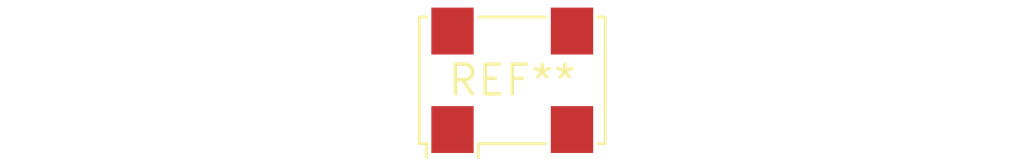
<source format=kicad_pcb>
(kicad_pcb (version 20240108) (generator pcbnew)
  (layers (0 "F.Cu" signal) (31 "B.Cu" signal) (34 "B.Paste" user) (35 "F.Paste" user) (36 "B.SilkS" user "B.Silkscreen") (37 "F.SilkS" user "F.Silkscreen") (38 "B.Mask" user) (39 "F.Mask" user) (44 "Edge.Cuts" user))
  (net 0 "")
  (footprint "Oscillator_SMD_IQD_IQXO70-4Pin_7.5x5.0mm" (layer "F.Cu") (at 0 0)
    (property "Reference" "REF**")
    (property "Value" "Oscillator_SMD_IQD_IQXO70-4Pin_7.5x5.0mm")
    (fp_line (start -3.95 -2.7) (end -3.64 -2.7) (layer "F.SilkS") (stroke (width 0.12)))
    (fp_line (start -3.95 2.7) (end -3.95 -2.7) (layer "F.SilkS") (stroke (width 0.12)))
    (fp_line (start -3.64 2.7) (end -3.95 2.7) (layer "F.SilkS") (stroke (width 0.12)))
    (fp_line (start -3.64 3.3) (end -3.64 2.7) (layer "F.SilkS") (stroke (width 0.12)))
    (fp_line (start -1.44 -2.7) (end 1.44 -2.7) (layer "F.SilkS") (stroke (width 0.12)))
    (fp_line (start -1.44 2.7) (end -1.44 3.3) (layer "F.SilkS") (stroke (width 0.12)))
    (fp_line (start 1.44 2.7) (end -1.44 2.7) (layer "F.SilkS") (stroke (width 0.12)))
    (fp_line (start 3.64 -2.7) (end 3.95 -2.7) (layer "F.SilkS") (stroke (width 0.12)))
    (fp_line (start 3.95 -2.7) (end 3.95 2.7) (layer "F.SilkS") (stroke (width 0.12)))
    (fp_line (start 3.95 2.7) (end 3.64 2.7) (layer "F.SilkS") (stroke (width 0.12)))
    (pad "1" smd rect (at -2.54 2.1) (size 1.8 2) (layers "F.Cu" "F.Paste" "F.Mask"))
    (pad "2" smd rect (at 2.54 2.1) (size 1.8 2) (layers "F.Cu" "F.Paste" "F.Mask"))
    (pad "3" smd rect (at 2.54 -2.1) (size 1.8 2) (layers "F.Cu" "F.Paste" "F.Mask"))
    (pad "4" smd rect (at -2.54 -2.1) (size 1.8 2) (layers "F.Cu" "F.Paste" "F.Mask"))
  )
)
</source>
